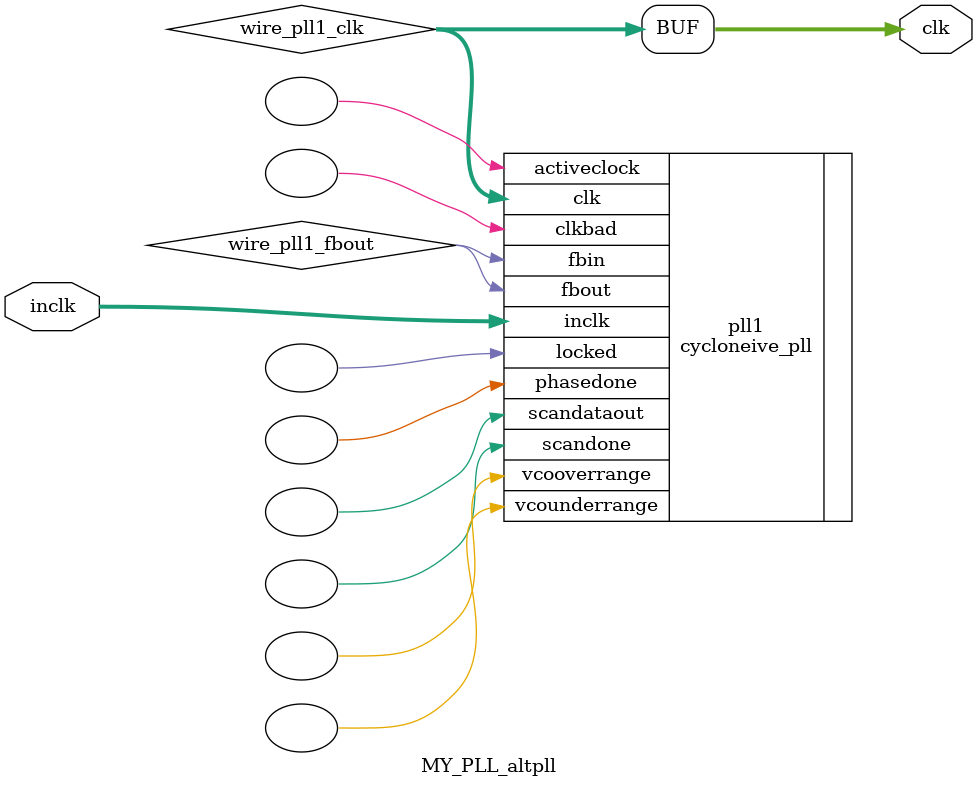
<source format=v>






//synthesis_resources = cycloneive_pll 1 
//synopsys translate_off
`timescale 1 ps / 1 ps
//synopsys translate_on
module  MY_PLL_altpll
	( 
	clk,
	inclk) /* synthesis synthesis_clearbox=1 */;
	output   [4:0]  clk;
	input   [1:0]  inclk;
`ifndef ALTERA_RESERVED_QIS
// synopsys translate_off
`endif
	tri0   [1:0]  inclk;
`ifndef ALTERA_RESERVED_QIS
// synopsys translate_on
`endif

	wire  [4:0]   wire_pll1_clk;
	wire  wire_pll1_fbout;

	cycloneive_pll   pll1
	( 
	.activeclock(),
	.clk(wire_pll1_clk),
	.clkbad(),
	.fbin(wire_pll1_fbout),
	.fbout(wire_pll1_fbout),
	.inclk(inclk),
	.locked(),
	.phasedone(),
	.scandataout(),
	.scandone(),
	.vcooverrange(),
	.vcounderrange()
	`ifndef FORMAL_VERIFICATION
	// synopsys translate_off
	`endif
	,
	.areset(1'b0),
	.clkswitch(1'b0),
	.configupdate(1'b0),
	.pfdena(1'b1),
	.phasecounterselect({3{1'b0}}),
	.phasestep(1'b0),
	.phaseupdown(1'b0),
	.scanclk(1'b0),
	.scanclkena(1'b1),
	.scandata(1'b0)
	`ifndef FORMAL_VERIFICATION
	// synopsys translate_on
	`endif
	);
	defparam
		pll1.bandwidth_type = "auto",
		pll1.clk0_divide_by = 125,
		pll1.clk0_duty_cycle = 50,
		pll1.clk0_multiply_by = 63,
		pll1.clk0_phase_shift = "0",
		pll1.clk1_divide_by = 125,
		pll1.clk1_duty_cycle = 50,
		pll1.clk1_multiply_by = 126,
		pll1.clk1_phase_shift = "0",
		pll1.compensate_clock = "clk0",
		pll1.inclk0_input_frequency = 20000,
		pll1.operation_mode = "normal",
		pll1.pll_type = "auto",
		pll1.lpm_type = "cycloneive_pll";
	assign
		clk = {wire_pll1_clk[4:0]};
endmodule //MY_PLL_altpll
//VALID FILE

</source>
